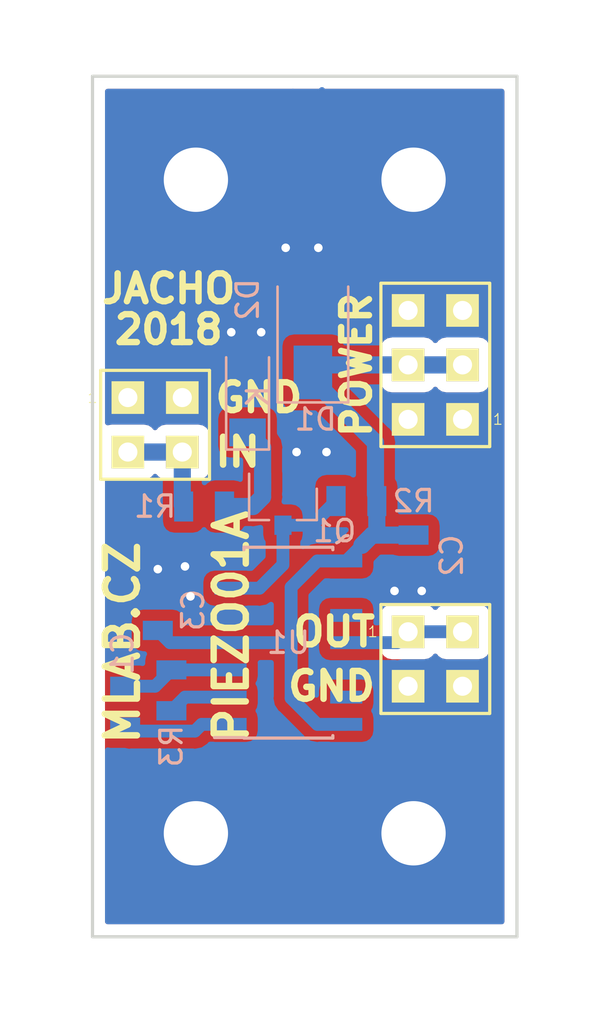
<source format=kicad_pcb>
(kicad_pcb (version 20171130) (host pcbnew "(2018-02-10 revision a04965c36)-makepkg")

  (general
    (thickness 1.6)
    (drawings 15)
    (tracks 78)
    (zones 0)
    (modules 17)
    (nets 12)
  )

  (page A4)
  (title_block
    (title NAME)
    (date "%d. %m. %Y")
    (rev REV)
    (company "Mlab www.mlab.cz")
    (comment 1 VERSION)
    (comment 2 "Short description\\nTwo lines are maximum")
    (comment 3 "nickname <email@example.com>")
  )

  (layers
    (0 F.Cu signal)
    (31 B.Cu signal)
    (34 B.Paste user)
    (36 B.SilkS user)
    (37 F.SilkS user)
    (38 B.Mask user)
    (39 F.Mask user)
    (44 Edge.Cuts user)
    (48 B.Fab user)
    (49 F.Fab user)
  )

  (setup
    (last_trace_width 0.25)
    (user_trace_width 0.3)
    (user_trace_width 0.4)
    (user_trace_width 0.5)
    (user_trace_width 0.6)
    (user_trace_width 0.7)
    (user_trace_width 0.8)
    (trace_clearance 0.2)
    (zone_clearance 0.508)
    (zone_45_only no)
    (trace_min 0.2)
    (segment_width 0.2)
    (edge_width 0.15)
    (via_size 0.8)
    (via_drill 0.4)
    (via_min_size 0.4)
    (via_min_drill 0.3)
    (uvia_size 0.3)
    (uvia_drill 0.1)
    (uvias_allowed no)
    (uvia_min_size 0.2)
    (uvia_min_drill 0.1)
    (pcb_text_width 0.3)
    (pcb_text_size 1.5 1.5)
    (mod_edge_width 0.15)
    (mod_text_size 1 1)
    (mod_text_width 0.15)
    (pad_size 1.524 1.524)
    (pad_drill 0.762)
    (pad_to_mask_clearance 0.2)
    (aux_axis_origin 0 0)
    (visible_elements 7FFFFF7F)
    (pcbplotparams
      (layerselection 0x010e0_ffffffff)
      (usegerberextensions false)
      (usegerberattributes false)
      (usegerberadvancedattributes false)
      (creategerberjobfile false)
      (excludeedgelayer true)
      (linewidth 0.150000)
      (plotframeref false)
      (viasonmask false)
      (mode 1)
      (useauxorigin false)
      (hpglpennumber 1)
      (hpglpenspeed 20)
      (hpglpendiameter 15)
      (psnegative false)
      (psa4output false)
      (plotreference true)
      (plotvalue true)
      (plotinvisibletext false)
      (padsonsilk false)
      (subtractmaskfromsilk false)
      (outputformat 1)
      (mirror false)
      (drillshape 0)
      (scaleselection 1)
      (outputdirectory ../cam_profi/))
  )

  (net 0 "")
  (net 1 "Net-(C1-Pad2)")
  (net 2 "Net-(C1-Pad1)")
  (net 3 GND)
  (net 4 +5V)
  (net 5 "Net-(D2-Pad1)")
  (net 6 "Net-(J2-Pad3)")
  (net 7 "Net-(J3-Pad1)")
  (net 8 "Net-(Q1-Pad3)")
  (net 9 "Net-(R3-Pad1)")
  (net 10 "Net-(U1-Pad10)")
  (net 11 "Net-(U1-Pad13)")

  (net_class Default "This is the default net class."
    (clearance 0.2)
    (trace_width 0.25)
    (via_dia 0.8)
    (via_drill 0.4)
    (uvia_dia 0.3)
    (uvia_drill 0.1)
    (add_net +5V)
    (add_net GND)
    (add_net "Net-(C1-Pad1)")
    (add_net "Net-(C1-Pad2)")
    (add_net "Net-(D2-Pad1)")
    (add_net "Net-(J2-Pad3)")
    (add_net "Net-(J3-Pad1)")
    (add_net "Net-(Q1-Pad3)")
    (add_net "Net-(R3-Pad1)")
    (add_net "Net-(U1-Pad10)")
    (add_net "Net-(U1-Pad13)")
  )

  (net_class MLAB_default ""
    (clearance 0.2)
    (trace_width 0.45)
    (via_dia 0.8)
    (via_drill 0.4)
    (uvia_dia 0.3)
    (uvia_drill 0.1)
  )

  (net_class MLAB_power ""
    (clearance 0.4)
    (trace_width 0.7)
    (via_dia 0.8)
    (via_drill 0.4)
    (uvia_dia 0.3)
    (uvia_drill 0.1)
  )

  (module Mlab_D:Diode-SMA_Standard (layer B.Cu) (tedit 5B41FDD5) (tstamp 5B4AE0AA)
    (at 10.541 -28.575 90)
    (descr "Diode SMA (DO-214AC)")
    (tags "Diode SMA (DO-214AC)")
    (path /55622FB7)
    (attr smd)
    (fp_text reference D1 (at -4.191 0.127 180) (layer B.SilkS)
      (effects (font (size 1 1) (thickness 0.15)) (justify mirror))
    )
    (fp_text value M4 (at 0 -2.6 90) (layer B.Fab) hide
      (effects (font (size 1 1) (thickness 0.15)) (justify mirror))
    )
    (fp_text user K (at -3.1242 -2.5654 90) (layer B.SilkS)
      (effects (font (size 1 1) (thickness 0.15)) (justify mirror))
    )
    (fp_line (start -3.4 1.65) (end 2 1.65) (layer B.SilkS) (width 0.12))
    (fp_line (start -3.4 -1.65) (end 2 -1.65) (layer B.SilkS) (width 0.12))
    (fp_line (start -0.64944 -0.00102) (end 0.50118 0.79908) (layer B.Fab) (width 0.1))
    (fp_line (start -0.64944 -0.00102) (end 0.50118 -0.75032) (layer B.Fab) (width 0.1))
    (fp_line (start 0.50118 -0.75032) (end 0.50118 0.79908) (layer B.Fab) (width 0.1))
    (fp_line (start -0.64944 0.79908) (end -0.64944 -0.80112) (layer B.Fab) (width 0.1))
    (fp_line (start 0.50118 -0.00102) (end 1.4994 -0.00102) (layer B.Fab) (width 0.1))
    (fp_line (start -0.64944 -0.00102) (end -1.55114 -0.00102) (layer B.Fab) (width 0.1))
    (fp_line (start -3.5 -1.75) (end -3.5 1.75) (layer B.CrtYd) (width 0.05))
    (fp_line (start 3.5 -1.75) (end -3.5 -1.75) (layer B.CrtYd) (width 0.05))
    (fp_line (start 3.5 1.75) (end 3.5 -1.75) (layer B.CrtYd) (width 0.05))
    (fp_line (start -3.5 1.75) (end 3.5 1.75) (layer B.CrtYd) (width 0.05))
    (fp_line (start 2.3 1.5) (end -2.3 1.5) (layer B.Fab) (width 0.1))
    (fp_line (start 2.3 1.5) (end 2.3 -1.5) (layer B.Fab) (width 0.1))
    (fp_line (start -2.3 -1.5) (end -2.3 1.5) (layer B.Fab) (width 0.1))
    (fp_line (start 2.3 -1.5) (end -2.3 -1.5) (layer B.Fab) (width 0.1))
    (fp_line (start -3.4 1.65) (end -3.4 -1.65) (layer B.SilkS) (width 0.12))
    (fp_text user %R (at -3.302 0 180) (layer B.Fab)
      (effects (font (size 1 1) (thickness 0.15)) (justify mirror))
    )
    (pad 2 smd rect (at 2 0 90) (size 2.5 1.8) (layers B.Cu B.Paste B.Mask)
      (net 3 GND))
    (pad 1 smd rect (at -2 0 90) (size 2.5 1.8) (layers B.Cu B.Paste B.Mask)
      (net 4 +5V))
    (model ${KISYS3DMOD}/Diode_SMD.3dshapes/D_SMA.wrl
      (at (xyz 0 0 0))
      (scale (xyz 1 1 1))
      (rotate (xyz 0 0 0))
    )
  )

  (module Mlab_R:SMD-0805 (layer B.Cu) (tedit 5B41FDE4) (tstamp 5B4AE073)
    (at 1.778 -10.9855 90)
    (descr "Resistor SMD 0805 (2012 Metric), square (rectangular) end terminal, IPC_7351 nominal, (Body size source: http://www.tortai-tech.com/upload/download/2011102023233369053.pdf), generated with kicad-footprint-generator")
    (tags resistor)
    (path /5B3F120F)
    (attr smd)
    (fp_text reference C1 (at 2.4765 -0.127 90) (layer B.SilkS)
      (effects (font (size 1 1) (thickness 0.15)) (justify mirror))
    )
    (fp_text value 100nF (at 0 -1.65 90) (layer B.Fab) hide
      (effects (font (size 1 1) (thickness 0.15)) (justify mirror))
    )
    (fp_text user %R (at 0 0 90) (layer B.Fab)
      (effects (font (size 0.5 0.5) (thickness 0.08)) (justify mirror))
    )
    (fp_line (start 1.68 -0.95) (end -1.68 -0.95) (layer B.CrtYd) (width 0.05))
    (fp_line (start 1.68 0.95) (end 1.68 -0.95) (layer B.CrtYd) (width 0.05))
    (fp_line (start -1.68 0.95) (end 1.68 0.95) (layer B.CrtYd) (width 0.05))
    (fp_line (start -1.68 -0.95) (end -1.68 0.95) (layer B.CrtYd) (width 0.05))
    (fp_line (start 1 -0.6) (end -1 -0.6) (layer B.Fab) (width 0.1))
    (fp_line (start 1 0.6) (end 1 -0.6) (layer B.Fab) (width 0.1))
    (fp_line (start -1 0.6) (end 1 0.6) (layer B.Fab) (width 0.1))
    (fp_line (start -1 -0.6) (end -1 0.6) (layer B.Fab) (width 0.1))
    (pad 2 smd rect (at 0.9525 0 90) (size 0.889 1.4) (layers B.Cu B.Paste B.Mask)
      (net 1 "Net-(C1-Pad2)"))
    (pad 1 smd rect (at -0.9525 0 90) (size 0.899 1.4) (layers B.Cu B.Paste B.Mask)
      (net 2 "Net-(C1-Pad1)"))
    (model ${KISYS3DMOD}/Resistor_SMD.3dshapes/R_0805_2012Metric.wrl
      (at (xyz 0 0 0))
      (scale (xyz 1 1 1))
      (rotate (xyz 0 0 0))
    )
  )

  (module Mlab_R:SMD-0805 (layer B.Cu) (tedit 5B41FDA9) (tstamp 5B4AE082)
    (at 15.24 -18.034 270)
    (descr "Resistor SMD 0805 (2012 Metric), square (rectangular) end terminal, IPC_7351 nominal, (Body size source: http://www.tortai-tech.com/upload/download/2011102023233369053.pdf), generated with kicad-footprint-generator")
    (tags resistor)
    (path /5562302C)
    (attr smd)
    (fp_text reference C2 (at 0 -1.778 270) (layer B.SilkS)
      (effects (font (size 1 1) (thickness 0.15)) (justify mirror))
    )
    (fp_text value 100nF (at 0 -1.65 270) (layer B.Fab) hide
      (effects (font (size 1 1) (thickness 0.15)) (justify mirror))
    )
    (fp_text user %R (at 0 0 270) (layer B.Fab)
      (effects (font (size 0.5 0.5) (thickness 0.08)) (justify mirror))
    )
    (fp_line (start 1.68 -0.95) (end -1.68 -0.95) (layer B.CrtYd) (width 0.05))
    (fp_line (start 1.68 0.95) (end 1.68 -0.95) (layer B.CrtYd) (width 0.05))
    (fp_line (start -1.68 0.95) (end 1.68 0.95) (layer B.CrtYd) (width 0.05))
    (fp_line (start -1.68 -0.95) (end -1.68 0.95) (layer B.CrtYd) (width 0.05))
    (fp_line (start 1 -0.6) (end -1 -0.6) (layer B.Fab) (width 0.1))
    (fp_line (start 1 0.6) (end 1 -0.6) (layer B.Fab) (width 0.1))
    (fp_line (start -1 0.6) (end 1 0.6) (layer B.Fab) (width 0.1))
    (fp_line (start -1 -0.6) (end -1 0.6) (layer B.Fab) (width 0.1))
    (pad 2 smd rect (at 0.9525 0 270) (size 0.889 1.4) (layers B.Cu B.Paste B.Mask)
      (net 3 GND))
    (pad 1 smd rect (at -0.9525 0 270) (size 0.899 1.4) (layers B.Cu B.Paste B.Mask)
      (net 4 +5V))
    (model ${KISYS3DMOD}/Resistor_SMD.3dshapes/R_0805_2012Metric.wrl
      (at (xyz 0 0 0))
      (scale (xyz 1 1 1))
      (rotate (xyz 0 0 0))
    )
  )

  (module Mlab_R:SMD-0805 (layer B.Cu) (tedit 5B3B52E2) (tstamp 5B4AE091)
    (at 3.302 -15.494 90)
    (descr "Resistor SMD 0805 (2012 Metric), square (rectangular) end terminal, IPC_7351 nominal, (Body size source: http://www.tortai-tech.com/upload/download/2011102023233369053.pdf), generated with kicad-footprint-generator")
    (tags resistor)
    (path /5B40153B)
    (attr smd)
    (fp_text reference C3 (at 0 1.65 90) (layer B.SilkS)
      (effects (font (size 1 1) (thickness 0.15)) (justify mirror))
    )
    (fp_text value 100nF (at 0 -1.65 90) (layer B.Fab) hide
      (effects (font (size 1 1) (thickness 0.15)) (justify mirror))
    )
    (fp_line (start -1 -0.6) (end -1 0.6) (layer B.Fab) (width 0.1))
    (fp_line (start -1 0.6) (end 1 0.6) (layer B.Fab) (width 0.1))
    (fp_line (start 1 0.6) (end 1 -0.6) (layer B.Fab) (width 0.1))
    (fp_line (start 1 -0.6) (end -1 -0.6) (layer B.Fab) (width 0.1))
    (fp_line (start -1.68 -0.95) (end -1.68 0.95) (layer B.CrtYd) (width 0.05))
    (fp_line (start -1.68 0.95) (end 1.68 0.95) (layer B.CrtYd) (width 0.05))
    (fp_line (start 1.68 0.95) (end 1.68 -0.95) (layer B.CrtYd) (width 0.05))
    (fp_line (start 1.68 -0.95) (end -1.68 -0.95) (layer B.CrtYd) (width 0.05))
    (fp_text user %R (at 0 0 90) (layer B.Fab)
      (effects (font (size 0.5 0.5) (thickness 0.08)) (justify mirror))
    )
    (pad 1 smd rect (at -0.9525 0 90) (size 0.899 1.4) (layers B.Cu B.Paste B.Mask)
      (net 4 +5V))
    (pad 2 smd rect (at 0.9525 0 90) (size 0.889 1.4) (layers B.Cu B.Paste B.Mask)
      (net 3 GND))
    (model ${KISYS3DMOD}/Resistor_SMD.3dshapes/R_0805_2012Metric.wrl
      (at (xyz 0 0 0))
      (scale (xyz 1 1 1))
      (rotate (xyz 0 0 0))
    )
  )

  (module Mlab_Pin_Headers:Straight_2x03 (layer F.Cu) (tedit 55DC1460) (tstamp 5B4AE0C7)
    (at 16.256 -26.924 180)
    (descr "pin header straight 2x03")
    (tags "pin header straight 2x03")
    (path /549D65BC)
    (fp_text reference J1 (at 0 -5.08 180) (layer F.SilkS) hide
      (effects (font (size 1.5 1.5) (thickness 0.15)))
    )
    (fp_text value 5V (at 0 5.08 180) (layer F.SilkS) hide
      (effects (font (size 1.5 1.5) (thickness 0.15)))
    )
    (fp_text user 1 (at -2.921 -2.54 180) (layer F.SilkS)
      (effects (font (size 0.5 0.5) (thickness 0.05)))
    )
    (fp_line (start -2.54 -3.81) (end 2.54 -3.81) (layer F.SilkS) (width 0.15))
    (fp_line (start 2.54 -3.81) (end 2.54 3.81) (layer F.SilkS) (width 0.15))
    (fp_line (start 2.54 3.81) (end -2.54 3.81) (layer F.SilkS) (width 0.15))
    (fp_line (start -2.54 3.81) (end -2.54 -3.81) (layer F.SilkS) (width 0.15))
    (pad 1 thru_hole rect (at -1.27 -2.54 180) (size 1.524 1.524) (drill 0.889) (layers *.Cu *.Mask F.SilkS)
      (net 3 GND))
    (pad 2 thru_hole rect (at 1.27 -2.54 180) (size 1.524 1.524) (drill 0.889) (layers *.Cu *.Mask F.SilkS)
      (net 3 GND))
    (pad 3 thru_hole rect (at -1.27 0 180) (size 1.524 1.524) (drill 0.889) (layers *.Cu *.Mask F.SilkS)
      (net 4 +5V))
    (pad 4 thru_hole rect (at 1.27 0 180) (size 1.524 1.524) (drill 0.889) (layers *.Cu *.Mask F.SilkS)
      (net 4 +5V))
    (pad 5 thru_hole rect (at -1.27 2.54 180) (size 1.524 1.524) (drill 0.889) (layers *.Cu *.Mask F.SilkS)
      (net 3 GND))
    (pad 6 thru_hole rect (at 1.27 2.54 180) (size 1.524 1.524) (drill 0.889) (layers *.Cu *.Mask F.SilkS)
      (net 3 GND))
    (model Pin_Headers/Pin_Header_Straight_2x03.wrl
      (at (xyz 0 0 0))
      (scale (xyz 1 1 1))
      (rotate (xyz 0 0 90))
    )
  )

  (module Mlab_Pin_Headers:Straight_2x02 (layer F.Cu) (tedit 5B41E870) (tstamp 5B4AE0D4)
    (at 3.175 -24.13)
    (descr "pin header straight 2x02")
    (tags "pin header straight 2x02")
    (path /5B3E6AF4)
    (fp_text reference J2 (at 0 -3.81) (layer F.SilkS) hide
      (effects (font (size 1.5 1.5) (thickness 0.15)))
    )
    (fp_text value HEADER_2x02_PARALLEL (at 0 3.81) (layer F.SilkS) hide
      (effects (font (size 1.5 1.5) (thickness 0.15)))
    )
    (fp_line (start -2.54 2.54) (end -2.54 -2.54) (layer F.SilkS) (width 0.15))
    (fp_line (start 2.54 2.54) (end -2.54 2.54) (layer F.SilkS) (width 0.15))
    (fp_line (start 2.54 -2.54) (end 2.54 2.54) (layer F.SilkS) (width 0.15))
    (fp_line (start -2.54 -2.54) (end 2.54 -2.54) (layer F.SilkS) (width 0.15))
    (fp_text user 1 (at -2.921 -1.27) (layer F.SilkS)
      (effects (font (size 0.5 0.5) (thickness 0.05)))
    )
    (pad 4 thru_hole rect (at 1.27 1.27) (size 1.524 1.524) (drill 0.889) (layers *.Cu *.Mask F.SilkS)
      (net 6 "Net-(J2-Pad3)"))
    (pad 3 thru_hole rect (at -1.27 1.27) (size 1.524 1.524) (drill 0.889) (layers *.Cu *.Mask F.SilkS)
      (net 6 "Net-(J2-Pad3)"))
    (pad 2 thru_hole rect (at 1.27 -1.27) (size 1.524 1.524) (drill 0.889) (layers *.Cu *.Mask F.SilkS)
      (net 3 GND))
    (pad 1 thru_hole rect (at -1.27 -1.27) (size 1.524 1.524) (drill 0.889) (layers *.Cu *.Mask F.SilkS)
      (net 3 GND))
    (model Pin_Headers/Pin_Header_Straight_2x02.wrl
      (at (xyz 0 0 0))
      (scale (xyz 1 1 1))
      (rotate (xyz 0 0 90))
    )
  )

  (module Mlab_Pin_Headers:Straight_2x02 (layer F.Cu) (tedit 5B41E9E2) (tstamp 5B4AE0E1)
    (at 16.256 -13.208)
    (descr "pin header straight 2x02")
    (tags "pin header straight 2x02")
    (path /5B3FD2B8)
    (fp_text reference J3 (at 0 -3.81) (layer F.SilkS) hide
      (effects (font (size 1.5 1.5) (thickness 0.15)))
    )
    (fp_text value HEADER_2x02_PARALLEL (at 0 3.81) (layer F.SilkS) hide
      (effects (font (size 1.5 1.5) (thickness 0.15)))
    )
    (fp_text user 1 (at -2.921 -1.27) (layer F.SilkS)
      (effects (font (size 0.5 0.5) (thickness 0.05)))
    )
    (fp_line (start -2.54 -2.54) (end 2.54 -2.54) (layer F.SilkS) (width 0.15))
    (fp_line (start 2.54 -2.54) (end 2.54 2.54) (layer F.SilkS) (width 0.15))
    (fp_line (start 2.54 2.54) (end -2.54 2.54) (layer F.SilkS) (width 0.15))
    (fp_line (start -2.54 2.54) (end -2.54 -2.54) (layer F.SilkS) (width 0.15))
    (pad 1 thru_hole rect (at -1.27 -1.27) (size 1.524 1.524) (drill 0.889) (layers *.Cu *.Mask F.SilkS)
      (net 7 "Net-(J3-Pad1)"))
    (pad 2 thru_hole rect (at 1.27 -1.27) (size 1.524 1.524) (drill 0.889) (layers *.Cu *.Mask F.SilkS)
      (net 7 "Net-(J3-Pad1)"))
    (pad 3 thru_hole rect (at -1.27 1.27) (size 1.524 1.524) (drill 0.889) (layers *.Cu *.Mask F.SilkS)
      (net 3 GND))
    (pad 4 thru_hole rect (at 1.27 1.27) (size 1.524 1.524) (drill 0.889) (layers *.Cu *.Mask F.SilkS)
      (net 3 GND))
    (model Pin_Headers/Pin_Header_Straight_2x02.wrl
      (at (xyz 0 0 0))
      (scale (xyz 1 1 1))
      (rotate (xyz 0 0 90))
    )
  )

  (module Mlab_Mechanical:MountingHole_3mm placed (layer F.Cu) (tedit 5A99DD0D) (tstamp 5B4AE0E7)
    (at 15.24 -5.08)
    (descr "Mounting hole, Befestigungsbohrung, 3mm, No Annular, Kein Restring,")
    (tags "Mounting hole, Befestigungsbohrung, 3mm, No Annular, Kein Restring,")
    (path /549D7549)
    (fp_text reference M1 (at 0 -4.191) (layer F.SilkS) hide
      (effects (font (size 1.524 1.524) (thickness 0.3048)))
    )
    (fp_text value HOLE (at 0 4.191) (layer F.SilkS) hide
      (effects (font (size 1.524 1.524) (thickness 0.3048)))
    )
    (fp_circle (center 0 0) (end 2.99974 0) (layer Cmts.User) (width 0.381))
    (pad 1 thru_hole circle (at 0 0) (size 6 6) (drill 3) (layers *.Cu *.Adhes *.Mask)
      (net 3 GND) (clearance 1) (zone_connect 2))
    (model ${MLAB}/src/3d/mechanical/m3_komplet.step
      (at (xyz 0 0 0))
      (scale (xyz 1 1 1))
      (rotate (xyz 0 0 0))
    )
  )

  (module Mlab_Mechanical:MountingHole_3mm placed (layer F.Cu) (tedit 5A99DD0D) (tstamp 5B4AE0ED)
    (at 5.08 -5.08)
    (descr "Mounting hole, Befestigungsbohrung, 3mm, No Annular, Kein Restring,")
    (tags "Mounting hole, Befestigungsbohrung, 3mm, No Annular, Kein Restring,")
    (path /549D7628)
    (fp_text reference M2 (at 0 -4.191) (layer F.SilkS) hide
      (effects (font (size 1.524 1.524) (thickness 0.3048)))
    )
    (fp_text value HOLE (at 0 4.191) (layer F.SilkS) hide
      (effects (font (size 1.524 1.524) (thickness 0.3048)))
    )
    (fp_circle (center 0 0) (end 2.99974 0) (layer Cmts.User) (width 0.381))
    (pad 1 thru_hole circle (at 0 0) (size 6 6) (drill 3) (layers *.Cu *.Adhes *.Mask)
      (net 3 GND) (clearance 1) (zone_connect 2))
    (model ${MLAB}/src/3d/mechanical/m3_komplet.step
      (at (xyz 0 0 0))
      (scale (xyz 1 1 1))
      (rotate (xyz 0 0 0))
    )
  )

  (module Mlab_Mechanical:MountingHole_3mm placed (layer F.Cu) (tedit 5A99DD0D) (tstamp 5B4AE0F3)
    (at 5.08 -35.56)
    (descr "Mounting hole, Befestigungsbohrung, 3mm, No Annular, Kein Restring,")
    (tags "Mounting hole, Befestigungsbohrung, 3mm, No Annular, Kein Restring,")
    (path /549D7646)
    (fp_text reference M3 (at 0 -4.191) (layer F.SilkS) hide
      (effects (font (size 1.524 1.524) (thickness 0.3048)))
    )
    (fp_text value HOLE (at 0 4.191) (layer F.SilkS) hide
      (effects (font (size 1.524 1.524) (thickness 0.3048)))
    )
    (fp_circle (center 0 0) (end 2.99974 0) (layer Cmts.User) (width 0.381))
    (pad 1 thru_hole circle (at 0 0) (size 6 6) (drill 3) (layers *.Cu *.Adhes *.Mask)
      (net 3 GND) (clearance 1) (zone_connect 2))
    (model ${MLAB}/src/3d/mechanical/m3_komplet.step
      (at (xyz 0 0 0))
      (scale (xyz 1 1 1))
      (rotate (xyz 0 0 0))
    )
  )

  (module Mlab_Mechanical:MountingHole_3mm placed (layer F.Cu) (tedit 5A99DD0D) (tstamp 5B4AE0F9)
    (at 15.24 -35.56)
    (descr "Mounting hole, Befestigungsbohrung, 3mm, No Annular, Kein Restring,")
    (tags "Mounting hole, Befestigungsbohrung, 3mm, No Annular, Kein Restring,")
    (path /549D7665)
    (fp_text reference M4 (at 0 -4.191) (layer F.SilkS) hide
      (effects (font (size 1.524 1.524) (thickness 0.3048)))
    )
    (fp_text value HOLE (at 0 4.191) (layer F.SilkS) hide
      (effects (font (size 1.524 1.524) (thickness 0.3048)))
    )
    (fp_circle (center 0 0) (end 2.99974 0) (layer Cmts.User) (width 0.381))
    (pad 1 thru_hole circle (at 0 0) (size 6 6) (drill 3) (layers *.Cu *.Adhes *.Mask)
      (net 3 GND) (clearance 1) (zone_connect 2))
    (model ${MLAB}/src/3d/mechanical/m3_komplet.step
      (at (xyz 0 0 0))
      (scale (xyz 1 1 1))
      (rotate (xyz 0 0 0))
    )
  )

  (module Package_TO_SOT_SMD:SOT-23 (layer B.Cu) (tedit 5B41FDC7) (tstamp 5B4AE10E)
    (at 9.144 -20.447 270)
    (descr "SOT-23, Standard")
    (tags SOT-23)
    (path /5B3E68EA)
    (attr smd)
    (fp_text reference Q1 (at 1.27 -2.413) (layer B.SilkS)
      (effects (font (size 1 1) (thickness 0.15)) (justify mirror))
    )
    (fp_text value BC817-40 (at 0 -2.5 270) (layer B.Fab) hide
      (effects (font (size 1 1) (thickness 0.15)) (justify mirror))
    )
    (fp_text user %R (at 0 0 180) (layer B.Fab)
      (effects (font (size 0.5 0.5) (thickness 0.075)) (justify mirror))
    )
    (fp_line (start -0.7 0.95) (end -0.7 -1.5) (layer B.Fab) (width 0.1))
    (fp_line (start -0.15 1.52) (end 0.7 1.52) (layer B.Fab) (width 0.1))
    (fp_line (start -0.7 0.95) (end -0.15 1.52) (layer B.Fab) (width 0.1))
    (fp_line (start 0.7 1.52) (end 0.7 -1.52) (layer B.Fab) (width 0.1))
    (fp_line (start -0.7 -1.52) (end 0.7 -1.52) (layer B.Fab) (width 0.1))
    (fp_line (start 0.76 -1.58) (end 0.76 -0.65) (layer B.SilkS) (width 0.12))
    (fp_line (start 0.76 1.58) (end 0.76 0.65) (layer B.SilkS) (width 0.12))
    (fp_line (start -1.7 1.75) (end 1.7 1.75) (layer B.CrtYd) (width 0.05))
    (fp_line (start 1.7 1.75) (end 1.7 -1.75) (layer B.CrtYd) (width 0.05))
    (fp_line (start 1.7 -1.75) (end -1.7 -1.75) (layer B.CrtYd) (width 0.05))
    (fp_line (start -1.7 -1.75) (end -1.7 1.75) (layer B.CrtYd) (width 0.05))
    (fp_line (start 0.76 1.58) (end -1.4 1.58) (layer B.SilkS) (width 0.12))
    (fp_line (start 0.76 -1.58) (end -0.7 -1.58) (layer B.SilkS) (width 0.12))
    (pad 1 smd rect (at -1 0.95 270) (size 0.9 0.8) (layers B.Cu B.Paste B.Mask)
      (net 5 "Net-(D2-Pad1)"))
    (pad 2 smd rect (at -1 -0.95 270) (size 0.9 0.8) (layers B.Cu B.Paste B.Mask)
      (net 3 GND))
    (pad 3 smd rect (at 1 0 270) (size 0.9 0.8) (layers B.Cu B.Paste B.Mask)
      (net 8 "Net-(Q1-Pad3)"))
    (model ${KISYS3DMOD}/Package_TO_SOT_SMD.3dshapes/SOT-23.wrl
      (at (xyz 0 0 0))
      (scale (xyz 1 1 1))
      (rotate (xyz 0 0 0))
    )
  )

  (module Mlab_R:SMD-0805 (layer B.Cu) (tedit 5B41FDB3) (tstamp 5B4AE11D)
    (at 5.461 -20.32 180)
    (descr "Resistor SMD 0805 (2012 Metric), square (rectangular) end terminal, IPC_7351 nominal, (Body size source: http://www.tortai-tech.com/upload/download/2011102023233369053.pdf), generated with kicad-footprint-generator")
    (tags resistor)
    (path /5B3E67BE)
    (attr smd)
    (fp_text reference R1 (at 2.286 0 180) (layer B.SilkS)
      (effects (font (size 1 1) (thickness 0.15)) (justify mirror))
    )
    (fp_text value 1k (at 0 -1.65 180) (layer B.Fab) hide
      (effects (font (size 1 1) (thickness 0.15)) (justify mirror))
    )
    (fp_line (start -1 -0.6) (end -1 0.6) (layer B.Fab) (width 0.1))
    (fp_line (start -1 0.6) (end 1 0.6) (layer B.Fab) (width 0.1))
    (fp_line (start 1 0.6) (end 1 -0.6) (layer B.Fab) (width 0.1))
    (fp_line (start 1 -0.6) (end -1 -0.6) (layer B.Fab) (width 0.1))
    (fp_line (start -1.68 -0.95) (end -1.68 0.95) (layer B.CrtYd) (width 0.05))
    (fp_line (start -1.68 0.95) (end 1.68 0.95) (layer B.CrtYd) (width 0.05))
    (fp_line (start 1.68 0.95) (end 1.68 -0.95) (layer B.CrtYd) (width 0.05))
    (fp_line (start 1.68 -0.95) (end -1.68 -0.95) (layer B.CrtYd) (width 0.05))
    (fp_text user %R (at 0 0 180) (layer B.Fab)
      (effects (font (size 0.5 0.5) (thickness 0.08)) (justify mirror))
    )
    (pad 1 smd rect (at -0.9525 0 180) (size 0.899 1.4) (layers B.Cu B.Paste B.Mask)
      (net 5 "Net-(D2-Pad1)"))
    (pad 2 smd rect (at 0.9525 0 180) (size 0.889 1.4) (layers B.Cu B.Paste B.Mask)
      (net 6 "Net-(J2-Pad3)"))
    (model ${KISYS3DMOD}/Resistor_SMD.3dshapes/R_0805_2012Metric.wrl
      (at (xyz 0 0 0))
      (scale (xyz 1 1 1))
      (rotate (xyz 0 0 0))
    )
  )

  (module Mlab_R:SMD-0805 (layer B.Cu) (tedit 5B41FDAE) (tstamp 5B4AE12C)
    (at 12.573 -20.574)
    (descr "Resistor SMD 0805 (2012 Metric), square (rectangular) end terminal, IPC_7351 nominal, (Body size source: http://www.tortai-tech.com/upload/download/2011102023233369053.pdf), generated with kicad-footprint-generator")
    (tags resistor)
    (path /5B3E9284)
    (attr smd)
    (fp_text reference R2 (at 2.667 0) (layer B.SilkS)
      (effects (font (size 1 1) (thickness 0.15)) (justify mirror))
    )
    (fp_text value 150k (at 0 -1.65) (layer B.Fab) hide
      (effects (font (size 1 1) (thickness 0.15)) (justify mirror))
    )
    (fp_text user %R (at 0 0) (layer B.Fab)
      (effects (font (size 0.5 0.5) (thickness 0.08)) (justify mirror))
    )
    (fp_line (start 1.68 -0.95) (end -1.68 -0.95) (layer B.CrtYd) (width 0.05))
    (fp_line (start 1.68 0.95) (end 1.68 -0.95) (layer B.CrtYd) (width 0.05))
    (fp_line (start -1.68 0.95) (end 1.68 0.95) (layer B.CrtYd) (width 0.05))
    (fp_line (start -1.68 -0.95) (end -1.68 0.95) (layer B.CrtYd) (width 0.05))
    (fp_line (start 1 -0.6) (end -1 -0.6) (layer B.Fab) (width 0.1))
    (fp_line (start 1 0.6) (end 1 -0.6) (layer B.Fab) (width 0.1))
    (fp_line (start -1 0.6) (end 1 0.6) (layer B.Fab) (width 0.1))
    (fp_line (start -1 -0.6) (end -1 0.6) (layer B.Fab) (width 0.1))
    (pad 2 smd rect (at 0.9525 0) (size 0.889 1.4) (layers B.Cu B.Paste B.Mask)
      (net 4 +5V))
    (pad 1 smd rect (at -0.9525 0) (size 0.899 1.4) (layers B.Cu B.Paste B.Mask)
      (net 8 "Net-(Q1-Pad3)"))
    (model ${KISYS3DMOD}/Resistor_SMD.3dshapes/R_0805_2012Metric.wrl
      (at (xyz 0 0 0))
      (scale (xyz 1 1 1))
      (rotate (xyz 0 0 0))
    )
  )

  (module Mlab_R:SMD-0805 (layer B.Cu) (tedit 5B41FDE9) (tstamp 5B4AE13B)
    (at 3.937 -11.7475 90)
    (descr "Resistor SMD 0805 (2012 Metric), square (rectangular) end terminal, IPC_7351 nominal, (Body size source: http://www.tortai-tech.com/upload/download/2011102023233369053.pdf), generated with kicad-footprint-generator")
    (tags resistor)
    (path /5B3F1128)
    (attr smd)
    (fp_text reference R3 (at -2.6035 0 90) (layer B.SilkS)
      (effects (font (size 1 1) (thickness 0.15)) (justify mirror))
    )
    (fp_text value 10k (at 0 -1.65 90) (layer B.Fab) hide
      (effects (font (size 1 1) (thickness 0.15)) (justify mirror))
    )
    (fp_line (start -1 -0.6) (end -1 0.6) (layer B.Fab) (width 0.1))
    (fp_line (start -1 0.6) (end 1 0.6) (layer B.Fab) (width 0.1))
    (fp_line (start 1 0.6) (end 1 -0.6) (layer B.Fab) (width 0.1))
    (fp_line (start 1 -0.6) (end -1 -0.6) (layer B.Fab) (width 0.1))
    (fp_line (start -1.68 -0.95) (end -1.68 0.95) (layer B.CrtYd) (width 0.05))
    (fp_line (start -1.68 0.95) (end 1.68 0.95) (layer B.CrtYd) (width 0.05))
    (fp_line (start 1.68 0.95) (end 1.68 -0.95) (layer B.CrtYd) (width 0.05))
    (fp_line (start 1.68 -0.95) (end -1.68 -0.95) (layer B.CrtYd) (width 0.05))
    (fp_text user %R (at 0 0 90) (layer B.Fab)
      (effects (font (size 0.5 0.5) (thickness 0.08)) (justify mirror))
    )
    (pad 1 smd rect (at -0.9525 0 90) (size 0.899 1.4) (layers B.Cu B.Paste B.Mask)
      (net 9 "Net-(R3-Pad1)"))
    (pad 2 smd rect (at 0.9525 0 90) (size 0.889 1.4) (layers B.Cu B.Paste B.Mask)
      (net 1 "Net-(C1-Pad2)"))
    (model ${KISYS3DMOD}/Resistor_SMD.3dshapes/R_0805_2012Metric.wrl
      (at (xyz 0 0 0))
      (scale (xyz 1 1 1))
      (rotate (xyz 0 0 0))
    )
  )

  (module Package_SO:SOIC-14_3.9x8.7mm_P1.27mm (layer B.Cu) (tedit 5B41FDA1) (tstamp 5B4AE15E)
    (at 9.398 -13.97)
    (descr "14-Lead Plastic Small Outline (SL) - Narrow, 3.90 mm Body [SOIC] (see Microchip Packaging Specification 00000049BS.pdf)")
    (tags "SOIC 1.27")
    (path /5B3EA154)
    (attr smd)
    (fp_text reference U1 (at 0 0) (layer B.SilkS)
      (effects (font (size 1 1) (thickness 0.15)) (justify mirror))
    )
    (fp_text value HEF4047BT.652 (at 0 -5.375) (layer B.Fab) hide
      (effects (font (size 1 1) (thickness 0.15)) (justify mirror))
    )
    (fp_text user %R (at 0 0) (layer B.Fab)
      (effects (font (size 0.9 0.9) (thickness 0.135)) (justify mirror))
    )
    (fp_line (start -0.95 4.35) (end 1.95 4.35) (layer B.Fab) (width 0.15))
    (fp_line (start 1.95 4.35) (end 1.95 -4.35) (layer B.Fab) (width 0.15))
    (fp_line (start 1.95 -4.35) (end -1.95 -4.35) (layer B.Fab) (width 0.15))
    (fp_line (start -1.95 -4.35) (end -1.95 3.35) (layer B.Fab) (width 0.15))
    (fp_line (start -1.95 3.35) (end -0.95 4.35) (layer B.Fab) (width 0.15))
    (fp_line (start -3.7 4.65) (end -3.7 -4.65) (layer B.CrtYd) (width 0.05))
    (fp_line (start 3.7 4.65) (end 3.7 -4.65) (layer B.CrtYd) (width 0.05))
    (fp_line (start -3.7 4.65) (end 3.7 4.65) (layer B.CrtYd) (width 0.05))
    (fp_line (start -3.7 -4.65) (end 3.7 -4.65) (layer B.CrtYd) (width 0.05))
    (fp_line (start -2.075 4.45) (end -2.075 4.425) (layer B.SilkS) (width 0.15))
    (fp_line (start 2.075 4.45) (end 2.075 4.335) (layer B.SilkS) (width 0.15))
    (fp_line (start 2.075 -4.45) (end 2.075 -4.335) (layer B.SilkS) (width 0.15))
    (fp_line (start -2.075 -4.45) (end -2.075 -4.335) (layer B.SilkS) (width 0.15))
    (fp_line (start -2.075 4.45) (end 2.075 4.45) (layer B.SilkS) (width 0.15))
    (fp_line (start -2.075 -4.45) (end 2.075 -4.45) (layer B.SilkS) (width 0.15))
    (fp_line (start -2.075 4.425) (end -3.45 4.425) (layer B.SilkS) (width 0.15))
    (pad 1 smd rect (at -2.7 3.81) (size 1.5 0.6) (layers B.Cu B.Paste B.Mask)
      (net 2 "Net-(C1-Pad1)"))
    (pad 2 smd rect (at -2.7 2.54) (size 1.5 0.6) (layers B.Cu B.Paste B.Mask)
      (net 9 "Net-(R3-Pad1)"))
    (pad 3 smd rect (at -2.7 1.27) (size 1.5 0.6) (layers B.Cu B.Paste B.Mask)
      (net 1 "Net-(C1-Pad2)"))
    (pad 4 smd rect (at -2.7 0) (size 1.5 0.6) (layers B.Cu B.Paste B.Mask)
      (net 4 +5V))
    (pad 5 smd rect (at -2.7 -1.27) (size 1.5 0.6) (layers B.Cu B.Paste B.Mask)
      (net 3 GND))
    (pad 6 smd rect (at -2.7 -2.54) (size 1.5 0.6) (layers B.Cu B.Paste B.Mask)
      (net 8 "Net-(Q1-Pad3)"))
    (pad 7 smd rect (at -2.7 -3.81) (size 1.5 0.6) (layers B.Cu B.Paste B.Mask)
      (net 3 GND))
    (pad 8 smd rect (at 2.7 -3.81) (size 1.5 0.6) (layers B.Cu B.Paste B.Mask)
      (net 4 +5V))
    (pad 9 smd rect (at 2.7 -2.54) (size 1.5 0.6) (layers B.Cu B.Paste B.Mask)
      (net 3 GND))
    (pad 10 smd rect (at 2.7 -1.27) (size 1.5 0.6) (layers B.Cu B.Paste B.Mask)
      (net 10 "Net-(U1-Pad10)"))
    (pad 11 smd rect (at 2.7 0) (size 1.5 0.6) (layers B.Cu B.Paste B.Mask)
      (net 7 "Net-(J3-Pad1)"))
    (pad 12 smd rect (at 2.7 1.27) (size 1.5 0.6) (layers B.Cu B.Paste B.Mask)
      (net 3 GND))
    (pad 13 smd rect (at 2.7 2.54) (size 1.5 0.6) (layers B.Cu B.Paste B.Mask)
      (net 11 "Net-(U1-Pad13)"))
    (pad 14 smd rect (at 2.7 3.81) (size 1.5 0.6) (layers B.Cu B.Paste B.Mask)
      (net 4 +5V))
    (model ${KISYS3DMOD}/Package_SO.3dshapes/SOIC-14_3.9x8.7mm_P1.27mm.wrl
      (at (xyz 0 0 0))
      (scale (xyz 1 1 1))
      (rotate (xyz 0 0 0))
    )
  )

  (module Mlab_D:Diode-MiniMELF_Standard (layer B.Cu) (tedit 5B41FDD0) (tstamp 5B571672)
    (at 7.493 -25.527 90)
    (descr "Diode Mini-MELF")
    (tags "Diode Mini-MELF")
    (path /5B3E6844)
    (attr smd)
    (fp_text reference D2 (at 4.445 0 90) (layer B.SilkS)
      (effects (font (size 1 1) (thickness 0.15)) (justify mirror))
    )
    (fp_text value 1N4148 (at 0 -1.75 90) (layer B.Fab) hide
      (effects (font (size 1 1) (thickness 0.15)) (justify mirror))
    )
    (fp_text user %R (at -2.794 0 90) (layer B.Fab)
      (effects (font (size 1 1) (thickness 0.15)) (justify mirror))
    )
    (fp_line (start 1.75 1) (end -2.55 1) (layer B.SilkS) (width 0.12))
    (fp_line (start -2.55 1) (end -2.55 -1) (layer B.SilkS) (width 0.12))
    (fp_line (start -2.55 -1) (end 1.75 -1) (layer B.SilkS) (width 0.12))
    (fp_line (start 1.65 0.8) (end 1.65 -0.8) (layer B.Fab) (width 0.1))
    (fp_line (start 1.65 -0.8) (end -1.65 -0.8) (layer B.Fab) (width 0.1))
    (fp_line (start -1.65 -0.8) (end -1.65 0.8) (layer B.Fab) (width 0.1))
    (fp_line (start -1.65 0.8) (end 1.65 0.8) (layer B.Fab) (width 0.1))
    (fp_line (start 0.25 0) (end 0.75 0) (layer B.Fab) (width 0.1))
    (fp_line (start 0.25 -0.4) (end -0.35 0) (layer B.Fab) (width 0.1))
    (fp_line (start 0.25 0.4) (end 0.25 -0.4) (layer B.Fab) (width 0.1))
    (fp_line (start -0.35 0) (end 0.25 0.4) (layer B.Fab) (width 0.1))
    (fp_line (start -0.35 0) (end -0.35 -0.55) (layer B.Fab) (width 0.1))
    (fp_line (start -0.35 0) (end -0.35 0.55) (layer B.Fab) (width 0.1))
    (fp_line (start -0.75 0) (end -0.35 0) (layer B.Fab) (width 0.1))
    (fp_line (start -2.65 1.1) (end 2.65 1.1) (layer B.CrtYd) (width 0.05))
    (fp_line (start 2.65 1.1) (end 2.65 -1.1) (layer B.CrtYd) (width 0.05))
    (fp_line (start 2.65 -1.1) (end -2.65 -1.1) (layer B.CrtYd) (width 0.05))
    (fp_line (start -2.65 -1.1) (end -2.65 1.1) (layer B.CrtYd) (width 0.05))
    (pad 1 smd rect (at -1.75 0 90) (size 1.3 1.7) (layers B.Cu B.Paste B.Mask)
      (net 5 "Net-(D2-Pad1)"))
    (pad 2 smd rect (at 1.75 0 90) (size 1.3 1.7) (layers B.Cu B.Paste B.Mask)
      (net 3 GND))
    (model ${KISYS3DMOD}/Diode_SMD.3dshapes/D_MiniMELF.wrl
      (at (xyz 0 0 0))
      (scale (xyz 1 1 1))
      (rotate (xyz 0 0 0))
    )
  )

  (gr_text POWER (at 12.573 -26.924 90) (layer F.SilkS) (tstamp 5B42778D)
    (effects (font (size 1.3 1.3) (thickness 0.3)))
  )
  (gr_text OUT (at 13.589 -14.478) (layer F.SilkS) (tstamp 5B427773)
    (effects (font (size 1.3 1.3) (thickness 0.3)) (justify right))
  )
  (gr_text GND (at 13.589 -11.938) (layer F.SilkS) (tstamp 5B42776C)
    (effects (font (size 1.3 1.3) (thickness 0.3)) (justify right))
  )
  (gr_text IN (at 5.842 -22.86) (layer F.SilkS) (tstamp 5B427768)
    (effects (font (size 1.3 1.3) (thickness 0.3)) (justify left))
  )
  (gr_text GND (at 5.842 -25.4) (layer F.SilkS) (tstamp 5B427764)
    (effects (font (size 1.3 1.3) (thickness 0.3)) (justify left))
  )
  (gr_text 2018 (at 3.81 -28.575) (layer F.SilkS) (tstamp 5B427760)
    (effects (font (size 1.3 1.3) (thickness 0.3)))
  )
  (gr_text JACHO (at 3.81 -30.48) (layer F.SilkS) (tstamp 5B42775C)
    (effects (font (size 1.3 1.3) (thickness 0.3)))
  )
  (gr_text PIEZO01A (at 6.731 -14.732 90) (layer F.SilkS) (tstamp 5B427758)
    (effects (font (size 1.5 1.5) (thickness 0.3)))
  )
  (gr_text MLAB.CZ (at 1.651 -13.97 90) (layer F.SilkS)
    (effects (font (size 1.5 1.5) (thickness 0.3)))
  )
  (gr_text 2018 (at 10.287 -37.084 90) (layer B.Cu)
    (effects (font (size 1.5 1.5) (thickness 0.3)) (justify mirror))
  )
  (gr_text MLAB.CZ (at 10.033 -4.953 90) (layer B.Cu)
    (effects (font (size 1.3 1.3) (thickness 0.3)) (justify mirror))
  )
  (gr_line (start 0.254 -40.386) (end 20.066 -40.386) (angle 90) (layer Edge.Cuts) (width 0.15))
  (gr_line (start 20.066 -0.254) (end 20.066 -40.386) (angle 90) (layer Edge.Cuts) (width 0.15))
  (gr_line (start 0.254 -0.254) (end 20.066 -0.254) (angle 90) (layer Edge.Cuts) (width 0.15))
  (gr_line (start 0.254 -0.254) (end 0.254 -40.386) (angle 90) (layer Edge.Cuts) (width 0.15))

  (segment (start 3.937 -12.7) (end 6.698 -12.7) (width 0.6) (layer B.Cu) (net 1))
  (segment (start 1.778 -11.938) (end 3.175 -11.938) (width 0.6) (layer B.Cu) (net 1))
  (segment (start 3.175 -11.938) (end 3.937 -12.7) (width 0.6) (layer B.Cu) (net 1))
  (segment (start 6.698 -10.16) (end 5.348 -10.16) (width 0.6) (layer B.Cu) (net 2))
  (segment (start 5.348 -10.16) (end 5.033499 -9.845499) (width 0.6) (layer B.Cu) (net 2))
  (segment (start 5.033499 -9.845499) (end 1.965501 -9.845499) (width 0.6) (layer B.Cu) (net 2))
  (segment (start 1.965501 -9.845499) (end 1.778 -10.033) (width 0.6) (layer B.Cu) (net 2))
  (segment (start 4.572 -16.383) (end 4.826 -16.129) (width 0.6) (layer B.Cu) (net 3))
  (segment (start 4.572 -17.526) (end 4.572 -16.383) (width 0.6) (layer B.Cu) (net 3))
  (via (at 4.826 -16.129) (size 0.8) (drill 0.4) (layers F.Cu B.Cu) (net 3))
  (segment (start 9.779 -22.86) (end 11.176 -22.86) (width 0.6) (layer F.Cu) (net 3))
  (via (at 11.176 -22.86) (size 0.8) (drill 0.4) (layers F.Cu B.Cu) (net 3))
  (segment (start 10.094 -22.545) (end 9.779 -22.86) (width 0.6) (layer B.Cu) (net 3))
  (segment (start 10.094 -21.447) (end 10.094 -22.545) (width 0.6) (layer B.Cu) (net 3))
  (via (at 9.779 -22.86) (size 0.8) (drill 0.4) (layers F.Cu B.Cu) (net 3))
  (segment (start 8.128 -28.448) (end 6.731 -28.448) (width 0.6) (layer F.Cu) (net 3))
  (via (at 6.731 -28.448) (size 0.8) (drill 0.4) (layers F.Cu B.Cu) (net 3))
  (segment (start 7.493 -27.813) (end 8.128 -28.448) (width 0.6) (layer B.Cu) (net 3))
  (segment (start 7.493 -27.277) (end 7.493 -27.813) (width 0.6) (layer B.Cu) (net 3))
  (via (at 8.128 -28.448) (size 0.8) (drill 0.4) (layers F.Cu B.Cu) (net 3))
  (segment (start 9.271 -32.385) (end 10.795 -32.385) (width 0.6) (layer F.Cu) (net 3))
  (via (at 10.795 -32.385) (size 0.8) (drill 0.4) (layers F.Cu B.Cu) (net 3))
  (segment (start 10.541 -31.115) (end 9.271 -32.385) (width 0.6) (layer B.Cu) (net 3))
  (segment (start 10.541 -30.575) (end 10.541 -31.115) (width 0.6) (layer B.Cu) (net 3))
  (via (at 9.271 -32.385) (size 0.8) (drill 0.4) (layers F.Cu B.Cu) (net 3))
  (segment (start 14.351 -16.383) (end 15.621 -16.383) (width 0.6) (layer F.Cu) (net 3))
  (via (at 15.621 -16.383) (size 0.8) (drill 0.4) (layers F.Cu B.Cu) (net 3))
  (segment (start 15.0495 -17.0815) (end 14.351 -16.383) (width 0.6) (layer B.Cu) (net 3))
  (segment (start 15.24 -17.0815) (end 15.0495 -17.0815) (width 0.6) (layer B.Cu) (net 3))
  (via (at 14.351 -16.383) (size 0.8) (drill 0.4) (layers F.Cu B.Cu) (net 3))
  (segment (start 4.445 -17.399) (end 4.572 -17.526) (width 0.6) (layer F.Cu) (net 3))
  (segment (start 3.302 -17.399) (end 4.445 -17.399) (width 0.6) (layer F.Cu) (net 3))
  (via (at 4.572 -17.526) (size 0.8) (drill 0.4) (layers F.Cu B.Cu) (net 3))
  (segment (start 3.302 -16.4465) (end 3.302 -17.399) (width 0.6) (layer B.Cu) (net 3))
  (via (at 3.302 -17.399) (size 0.8) (drill 0.4) (layers F.Cu B.Cu) (net 3))
  (segment (start 9.525 -13.97) (end 9.525 -16.557) (width 0.6) (layer B.Cu) (net 4))
  (segment (start 9.525 -11.383) (end 9.525 -13.97) (width 0.6) (layer B.Cu) (net 4))
  (segment (start 6.698 -13.97) (end 8.048 -13.97) (width 0.6) (layer B.Cu) (net 4))
  (segment (start 8.048 -13.97) (end 9.525 -13.97) (width 0.6) (layer B.Cu) (net 4))
  (segment (start 12.098 -10.16) (end 10.748 -10.16) (width 0.6) (layer B.Cu) (net 4))
  (segment (start 10.748 -10.16) (end 9.525 -11.383) (width 0.6) (layer B.Cu) (net 4))
  (segment (start 9.525 -16.557) (end 10.748 -17.78) (width 0.6) (layer B.Cu) (net 4))
  (segment (start 10.748 -17.78) (end 12.098 -17.78) (width 0.6) (layer B.Cu) (net 4))
  (segment (start 3.302 -14.5415) (end 3.8735 -13.97) (width 0.6) (layer B.Cu) (net 4))
  (segment (start 3.8735 -13.97) (end 6.698 -13.97) (width 0.6) (layer B.Cu) (net 4))
  (segment (start 12.827 -18.509) (end 13.3045 -18.9865) (width 0.8) (layer B.Cu) (net 4))
  (segment (start 12.098 -17.78) (end 12.827 -18.509) (width 0.6) (layer B.Cu) (net 4))
  (segment (start 13.5255 -20.574) (end 13.5255 -19.074) (width 0.8) (layer B.Cu) (net 4))
  (segment (start 13.5255 -19.074) (end 13.438 -18.9865) (width 0.8) (layer B.Cu) (net 4))
  (segment (start 13.438 -18.9865) (end 13.3045 -18.9865) (width 0.8) (layer B.Cu) (net 4))
  (segment (start 13.3045 -18.9865) (end 15.24 -18.9865) (width 0.8) (layer B.Cu) (net 4))
  (segment (start 13.5255 -20.574) (end 13.5255 -20.8295) (width 0.8) (layer B.Cu) (net 4))
  (segment (start 13.5255 -20.8295) (end 13.462 -20.893) (width 0.8) (layer B.Cu) (net 4))
  (segment (start 13.462 -20.893) (end 13.462 -23.304) (width 0.8) (layer B.Cu) (net 4))
  (segment (start 13.462 -23.304) (end 10.541 -26.225) (width 0.8) (layer B.Cu) (net 4))
  (segment (start 10.541 -26.225) (end 10.541 -26.575) (width 0.8) (layer B.Cu) (net 4))
  (segment (start 14.986 -26.924) (end 10.89 -26.924) (width 0.8) (layer B.Cu) (net 4))
  (segment (start 10.89 -26.924) (end 10.541 -26.575) (width 0.8) (layer B.Cu) (net 4))
  (segment (start 17.526 -26.924) (end 14.986 -26.924) (width 0.8) (layer B.Cu) (net 4))
  (segment (start 7.747 -20.32) (end 8.194 -20.767) (width 0.8) (layer B.Cu) (net 5))
  (segment (start 8.194 -20.767) (end 8.194 -21.447) (width 0.8) (layer B.Cu) (net 5))
  (segment (start 6.4135 -20.32) (end 7.747 -20.32) (width 0.8) (layer B.Cu) (net 5))
  (segment (start 8.194 -21.447) (end 8.194 -23.076) (width 0.8) (layer B.Cu) (net 5))
  (segment (start 8.194 -23.076) (end 7.493 -23.777) (width 0.8) (layer B.Cu) (net 5))
  (segment (start 1.905 -22.86) (end 4.445 -22.86) (width 0.8) (layer B.Cu) (net 6))
  (segment (start 4.445 -22.86) (end 4.445 -20.3835) (width 0.8) (layer B.Cu) (net 6))
  (segment (start 4.445 -20.3835) (end 4.5085 -20.32) (width 0.8) (layer B.Cu) (net 6))
  (segment (start 14.986 -14.478) (end 17.526 -14.478) (width 0.6) (layer B.Cu) (net 7))
  (segment (start 12.098 -13.97) (end 14.478 -13.97) (width 0.6) (layer B.Cu) (net 7))
  (segment (start 14.478 -13.97) (end 14.986 -14.478) (width 0.6) (layer B.Cu) (net 7))
  (segment (start 11.6205 -20.574) (end 10.4935 -19.447) (width 0.6) (layer B.Cu) (net 8))
  (segment (start 10.4935 -19.447) (end 9.144 -19.447) (width 0.6) (layer B.Cu) (net 8))
  (segment (start 6.698 -16.51) (end 8.048 -16.51) (width 0.6) (layer B.Cu) (net 8))
  (segment (start 8.048 -16.51) (end 9.144 -17.606) (width 0.6) (layer B.Cu) (net 8))
  (segment (start 9.144 -17.606) (end 9.144 -18.397) (width 0.6) (layer B.Cu) (net 8))
  (segment (start 9.144 -18.397) (end 9.144 -19.447) (width 0.6) (layer B.Cu) (net 8))
  (segment (start 6.698 -11.43) (end 4.572 -11.43) (width 0.6) (layer B.Cu) (net 9))
  (segment (start 4.572 -11.43) (end 3.937 -10.795) (width 0.6) (layer B.Cu) (net 9))

  (zone (net 3) (net_name GND) (layer B.Cu) (tstamp 0) (hatch edge 0.508)
    (connect_pads yes (clearance 0.508))
    (min_thickness 0.254)
    (fill yes (arc_segments 16) (thermal_gap 0.508) (thermal_bridge_width 0.508))
    (polygon
      (pts
        (xy -1.524 -42.037) (xy 22.225 -42.164) (xy 21.971 1.524) (xy -1.524 1.27) (xy -1.524 -41.91)
      )
    )
    (filled_polygon
      (pts
        (xy 19.356 -0.964) (xy 0.964 -0.964) (xy 0.964 -8.958736) (xy 1.078 -8.93606) (xy 1.744911 -8.93606)
        (xy 1.873415 -8.910499) (xy 1.87342 -8.910499) (xy 1.9655 -8.892183) (xy 2.057581 -8.910499) (xy 4.941413 -8.910499)
        (xy 5.033499 -8.892182) (xy 5.125585 -8.910499) (xy 5.398318 -8.964749) (xy 5.707596 -9.171402) (xy 5.743409 -9.225)
        (xy 5.885459 -9.225) (xy 5.948 -9.21256) (xy 7.448 -9.21256) (xy 7.695765 -9.261843) (xy 7.905809 -9.402191)
        (xy 8.046157 -9.612235) (xy 8.09544 -9.86) (xy 8.09544 -10.46) (xy 8.046157 -10.707765) (xy 7.987868 -10.795)
        (xy 8.046157 -10.882235) (xy 8.09544 -11.13) (xy 8.09544 -11.73) (xy 8.046157 -11.977765) (xy 7.987868 -12.065)
        (xy 8.046157 -12.152235) (xy 8.09544 -12.4) (xy 8.09544 -13) (xy 8.088478 -13.035) (xy 8.590001 -13.035)
        (xy 8.59 -11.475086) (xy 8.571683 -11.383) (xy 8.605749 -11.211741) (xy 8.64425 -11.018182) (xy 8.850903 -10.708903)
        (xy 8.928972 -10.656739) (xy 10.021741 -9.563969) (xy 10.073903 -9.485903) (xy 10.383181 -9.27925) (xy 10.655914 -9.225)
        (xy 10.655917 -9.225) (xy 10.747999 -9.206684) (xy 10.840081 -9.225) (xy 11.285459 -9.225) (xy 11.348 -9.21256)
        (xy 12.848 -9.21256) (xy 13.095765 -9.261843) (xy 13.305809 -9.402191) (xy 13.446157 -9.612235) (xy 13.49544 -9.86)
        (xy 13.49544 -10.46) (xy 13.446157 -10.707765) (xy 13.387868 -10.795) (xy 13.446157 -10.882235) (xy 13.49544 -11.13)
        (xy 13.49544 -11.73) (xy 13.446157 -11.977765) (xy 13.305809 -12.187809) (xy 13.095765 -12.328157) (xy 12.848 -12.37744)
        (xy 11.348 -12.37744) (xy 11.100235 -12.328157) (xy 10.890191 -12.187809) (xy 10.749843 -11.977765) (xy 10.70056 -11.73)
        (xy 10.70056 -11.529729) (xy 10.46 -11.770289) (xy 10.46 -13.877915) (xy 10.478317 -13.97) (xy 10.46 -14.062086)
        (xy 10.46 -15.54) (xy 10.70056 -15.54) (xy 10.70056 -14.94) (xy 10.749843 -14.692235) (xy 10.808132 -14.605)
        (xy 10.749843 -14.517765) (xy 10.70056 -14.27) (xy 10.70056 -13.67) (xy 10.749843 -13.422235) (xy 10.890191 -13.212191)
        (xy 11.100235 -13.071843) (xy 11.348 -13.02256) (xy 12.848 -13.02256) (xy 12.910541 -13.035) (xy 14.385914 -13.035)
        (xy 14.478 -13.016683) (xy 14.570086 -13.035) (xy 14.738803 -13.06856) (xy 15.748 -13.06856) (xy 15.995765 -13.117843)
        (xy 16.205809 -13.258191) (xy 16.256 -13.333307) (xy 16.306191 -13.258191) (xy 16.516235 -13.117843) (xy 16.764 -13.06856)
        (xy 18.288 -13.06856) (xy 18.535765 -13.117843) (xy 18.745809 -13.258191) (xy 18.886157 -13.468235) (xy 18.93544 -13.716)
        (xy 18.93544 -15.24) (xy 18.886157 -15.487765) (xy 18.745809 -15.697809) (xy 18.535765 -15.838157) (xy 18.288 -15.88744)
        (xy 16.764 -15.88744) (xy 16.516235 -15.838157) (xy 16.306191 -15.697809) (xy 16.256 -15.622693) (xy 16.205809 -15.697809)
        (xy 15.995765 -15.838157) (xy 15.748 -15.88744) (xy 14.224 -15.88744) (xy 13.976235 -15.838157) (xy 13.766191 -15.697809)
        (xy 13.625843 -15.487765) (xy 13.57656 -15.24) (xy 13.57656 -14.905) (xy 13.488478 -14.905) (xy 13.49544 -14.94)
        (xy 13.49544 -15.54) (xy 13.446157 -15.787765) (xy 13.305809 -15.997809) (xy 13.095765 -16.138157) (xy 12.848 -16.18744)
        (xy 11.348 -16.18744) (xy 11.100235 -16.138157) (xy 10.890191 -15.997809) (xy 10.749843 -15.787765) (xy 10.70056 -15.54)
        (xy 10.46 -15.54) (xy 10.46 -16.169711) (xy 11.13529 -16.845) (xy 11.285459 -16.845) (xy 11.348 -16.83256)
        (xy 12.068454 -16.83256) (xy 12.098 -16.826683) (xy 12.127546 -16.83256) (xy 12.848 -16.83256) (xy 13.095765 -16.881843)
        (xy 13.305809 -17.022191) (xy 13.446157 -17.232235) (xy 13.49544 -17.48) (xy 13.49544 -17.71373) (xy 13.73321 -17.9515)
        (xy 14.273293 -17.9515) (xy 14.292235 -17.938843) (xy 14.54 -17.88956) (xy 15.94 -17.88956) (xy 16.187765 -17.938843)
        (xy 16.397809 -18.079191) (xy 16.538157 -18.289235) (xy 16.58744 -18.537) (xy 16.58744 -19.436) (xy 16.538157 -19.683765)
        (xy 16.397809 -19.893809) (xy 16.187765 -20.034157) (xy 15.94 -20.08344) (xy 14.61744 -20.08344) (xy 14.61744 -21.274)
        (xy 14.568157 -21.521765) (xy 14.497 -21.628258) (xy 14.497 -23.202066) (xy 14.517276 -23.304) (xy 14.436948 -23.707837)
        (xy 14.328751 -23.869765) (xy 14.208193 -24.050193) (xy 14.121776 -24.107935) (xy 12.34071 -25.889) (xy 13.642705 -25.889)
        (xy 13.766191 -25.704191) (xy 13.976235 -25.563843) (xy 14.224 -25.51456) (xy 15.748 -25.51456) (xy 15.995765 -25.563843)
        (xy 16.205809 -25.704191) (xy 16.256 -25.779307) (xy 16.306191 -25.704191) (xy 16.516235 -25.563843) (xy 16.764 -25.51456)
        (xy 18.288 -25.51456) (xy 18.535765 -25.563843) (xy 18.745809 -25.704191) (xy 18.886157 -25.914235) (xy 18.93544 -26.162)
        (xy 18.93544 -27.686) (xy 18.886157 -27.933765) (xy 18.745809 -28.143809) (xy 18.535765 -28.284157) (xy 18.288 -28.33344)
        (xy 16.764 -28.33344) (xy 16.516235 -28.284157) (xy 16.306191 -28.143809) (xy 16.256 -28.068693) (xy 16.205809 -28.143809)
        (xy 15.995765 -28.284157) (xy 15.748 -28.33344) (xy 14.224 -28.33344) (xy 13.976235 -28.284157) (xy 13.766191 -28.143809)
        (xy 13.642705 -27.959) (xy 12.061786 -27.959) (xy 12.039157 -28.072765) (xy 11.898809 -28.282809) (xy 11.688765 -28.423157)
        (xy 11.441 -28.47244) (xy 9.641 -28.47244) (xy 9.393235 -28.423157) (xy 9.183191 -28.282809) (xy 9.042843 -28.072765)
        (xy 8.99356 -27.825) (xy 8.99356 -25.325) (xy 9.042843 -25.077235) (xy 9.183191 -24.867191) (xy 9.393235 -24.726843)
        (xy 9.641 -24.67756) (xy 10.62473 -24.67756) (xy 12.427001 -22.875288) (xy 12.427 -21.799168) (xy 12.317765 -21.872157)
        (xy 12.07 -21.92144) (xy 11.171 -21.92144) (xy 10.923235 -21.872157) (xy 10.713191 -21.731809) (xy 10.572843 -21.521765)
        (xy 10.52356 -21.274) (xy 10.52356 -19.874) (xy 10.572843 -19.626235) (xy 10.713191 -19.416191) (xy 10.923235 -19.275843)
        (xy 11.171 -19.22656) (xy 12.07 -19.22656) (xy 12.083544 -19.229254) (xy 12.023066 -19.168776) (xy 11.852052 -18.912836)
        (xy 11.838024 -18.842313) (xy 11.723151 -18.72744) (xy 11.348 -18.72744) (xy 11.285459 -18.715) (xy 10.840081 -18.715)
        (xy 10.747999 -18.733316) (xy 10.655917 -18.715) (xy 10.655914 -18.715) (xy 10.383181 -18.66075) (xy 10.079 -18.457503)
        (xy 10.079 -18.654715) (xy 10.142157 -18.749235) (xy 10.19144 -18.997) (xy 10.19144 -19.897) (xy 10.142157 -20.144765)
        (xy 10.001809 -20.354809) (xy 9.791765 -20.495157) (xy 9.544 -20.54444) (xy 9.205006 -20.54444) (xy 9.229 -20.665065)
        (xy 9.229 -20.66507) (xy 9.249275 -20.766999) (xy 9.229 -20.868929) (xy 9.229 -20.934459) (xy 9.24144 -20.997)
        (xy 9.24144 -21.897) (xy 9.229 -21.959541) (xy 9.229 -22.974066) (xy 9.249276 -23.076) (xy 9.168948 -23.479837)
        (xy 8.99044 -23.746993) (xy 8.99044 -24.427) (xy 8.941157 -24.674765) (xy 8.800809 -24.884809) (xy 8.590765 -25.025157)
        (xy 8.343 -25.07444) (xy 6.643 -25.07444) (xy 6.395235 -25.025157) (xy 6.185191 -24.884809) (xy 6.044843 -24.674765)
        (xy 5.99556 -24.427) (xy 5.99556 -23.127) (xy 6.044843 -22.879235) (xy 6.185191 -22.669191) (xy 6.395235 -22.528843)
        (xy 6.643 -22.47956) (xy 7.159001 -22.47956) (xy 7.159 -21.959542) (xy 7.14656 -21.897) (xy 7.14656 -21.594239)
        (xy 7.110765 -21.618157) (xy 6.863 -21.66744) (xy 5.964 -21.66744) (xy 5.716235 -21.618157) (xy 5.506191 -21.477809)
        (xy 5.48 -21.438612) (xy 5.48 -21.516705) (xy 5.664809 -21.640191) (xy 5.805157 -21.850235) (xy 5.85444 -22.098)
        (xy 5.85444 -23.622) (xy 5.805157 -23.869765) (xy 5.664809 -24.079809) (xy 5.454765 -24.220157) (xy 5.207 -24.26944)
        (xy 3.683 -24.26944) (xy 3.435235 -24.220157) (xy 3.225191 -24.079809) (xy 3.175 -24.004693) (xy 3.124809 -24.079809)
        (xy 2.914765 -24.220157) (xy 2.667 -24.26944) (xy 1.143 -24.26944) (xy 0.964 -24.233835) (xy 0.964 -39.676)
        (xy 19.356001 -39.676)
      )
    )
    (filled_polygon
      (pts
        (xy 3.225191 -21.640191) (xy 3.410001 -21.516704) (xy 3.410001 -20.485439) (xy 3.389724 -20.3835) (xy 3.41656 -20.248586)
        (xy 3.41656 -19.62) (xy 3.465843 -19.372235) (xy 3.606191 -19.162191) (xy 3.816235 -19.021843) (xy 4.064 -18.97256)
        (xy 4.953 -18.97256) (xy 5.200765 -19.021843) (xy 5.410809 -19.162191) (xy 5.4585 -19.233565) (xy 5.506191 -19.162191)
        (xy 5.716235 -19.021843) (xy 5.964 -18.97256) (xy 6.863 -18.97256) (xy 7.110765 -19.021843) (xy 7.320809 -19.162191)
        (xy 7.402868 -19.285) (xy 7.645066 -19.285) (xy 7.747 -19.264724) (xy 7.848934 -19.285) (xy 7.848935 -19.285)
        (xy 8.09656 -19.334256) (xy 8.09656 -18.997) (xy 8.145843 -18.749235) (xy 8.209 -18.654714) (xy 8.209 -17.99329)
        (xy 7.660711 -17.445) (xy 7.510541 -17.445) (xy 7.448 -17.45744) (xy 5.948 -17.45744) (xy 5.700235 -17.408157)
        (xy 5.490191 -17.267809) (xy 5.349843 -17.057765) (xy 5.30056 -16.81) (xy 5.30056 -16.21) (xy 5.349843 -15.962235)
        (xy 5.490191 -15.752191) (xy 5.700235 -15.611843) (xy 5.948 -15.56256) (xy 7.448 -15.56256) (xy 7.510541 -15.575)
        (xy 7.955914 -15.575) (xy 8.048 -15.556683) (xy 8.140086 -15.575) (xy 8.412819 -15.62925) (xy 8.590001 -15.747639)
        (xy 8.59 -14.905) (xy 7.510541 -14.905) (xy 7.448 -14.91744) (xy 5.948 -14.91744) (xy 5.885459 -14.905)
        (xy 4.64944 -14.905) (xy 4.64944 -14.991) (xy 4.600157 -15.238765) (xy 4.459809 -15.448809) (xy 4.249765 -15.589157)
        (xy 4.002 -15.63844) (xy 2.602 -15.63844) (xy 2.354235 -15.589157) (xy 2.144191 -15.448809) (xy 2.003843 -15.238765)
        (xy 1.95456 -14.991) (xy 1.95456 -14.092) (xy 2.003843 -13.844235) (xy 2.144191 -13.634191) (xy 2.354235 -13.493843)
        (xy 2.602 -13.44456) (xy 2.673786 -13.44456) (xy 2.638843 -13.392265) (xy 2.58956 -13.1445) (xy 2.58956 -13.00775)
        (xy 2.478 -13.02994) (xy 1.078 -13.02994) (xy 0.964 -13.007264) (xy 0.964 -21.486165) (xy 1.143 -21.45056)
        (xy 2.667 -21.45056) (xy 2.914765 -21.499843) (xy 3.124809 -21.640191) (xy 3.175 -21.715307)
      )
    )
  )
  (zone (net 3) (net_name GND) (layer F.Cu) (tstamp 0) (hatch edge 0.508)
    (connect_pads yes (clearance 0.508))
    (min_thickness 0.254)
    (fill yes (arc_segments 16) (thermal_gap 0.508) (thermal_bridge_width 0.508))
    (polygon
      (pts
        (xy -4.064 -43.18) (xy 24.003 -43.942) (xy 24.13 3.81) (xy -4.064 2.921) (xy -4.064 -43.307)
      )
    )
    (filled_polygon
      (pts
        (xy 19.356 -0.964) (xy 0.964 -0.964) (xy 0.964 -15.24) (xy 13.57656 -15.24) (xy 13.57656 -13.716)
        (xy 13.625843 -13.468235) (xy 13.766191 -13.258191) (xy 13.976235 -13.117843) (xy 14.224 -13.06856) (xy 15.748 -13.06856)
        (xy 15.995765 -13.117843) (xy 16.205809 -13.258191) (xy 16.256 -13.333307) (xy 16.306191 -13.258191) (xy 16.516235 -13.117843)
        (xy 16.764 -13.06856) (xy 18.288 -13.06856) (xy 18.535765 -13.117843) (xy 18.745809 -13.258191) (xy 18.886157 -13.468235)
        (xy 18.93544 -13.716) (xy 18.93544 -15.24) (xy 18.886157 -15.487765) (xy 18.745809 -15.697809) (xy 18.535765 -15.838157)
        (xy 18.288 -15.88744) (xy 16.764 -15.88744) (xy 16.516235 -15.838157) (xy 16.306191 -15.697809) (xy 16.256 -15.622693)
        (xy 16.205809 -15.697809) (xy 15.995765 -15.838157) (xy 15.748 -15.88744) (xy 14.224 -15.88744) (xy 13.976235 -15.838157)
        (xy 13.766191 -15.697809) (xy 13.625843 -15.487765) (xy 13.57656 -15.24) (xy 0.964 -15.24) (xy 0.964 -21.486165)
        (xy 1.143 -21.45056) (xy 2.667 -21.45056) (xy 2.914765 -21.499843) (xy 3.124809 -21.640191) (xy 3.175 -21.715307)
        (xy 3.225191 -21.640191) (xy 3.435235 -21.499843) (xy 3.683 -21.45056) (xy 5.207 -21.45056) (xy 5.454765 -21.499843)
        (xy 5.664809 -21.640191) (xy 5.805157 -21.850235) (xy 5.85444 -22.098) (xy 5.85444 -23.622) (xy 5.805157 -23.869765)
        (xy 5.664809 -24.079809) (xy 5.454765 -24.220157) (xy 5.207 -24.26944) (xy 3.683 -24.26944) (xy 3.435235 -24.220157)
        (xy 3.225191 -24.079809) (xy 3.175 -24.004693) (xy 3.124809 -24.079809) (xy 2.914765 -24.220157) (xy 2.667 -24.26944)
        (xy 1.143 -24.26944) (xy 0.964 -24.233835) (xy 0.964 -27.686) (xy 13.57656 -27.686) (xy 13.57656 -26.162)
        (xy 13.625843 -25.914235) (xy 13.766191 -25.704191) (xy 13.976235 -25.563843) (xy 14.224 -25.51456) (xy 15.748 -25.51456)
        (xy 15.995765 -25.563843) (xy 16.205809 -25.704191) (xy 16.256 -25.779307) (xy 16.306191 -25.704191) (xy 16.516235 -25.563843)
        (xy 16.764 -25.51456) (xy 18.288 -25.51456) (xy 18.535765 -25.563843) (xy 18.745809 -25.704191) (xy 18.886157 -25.914235)
        (xy 18.93544 -26.162) (xy 18.93544 -27.686) (xy 18.886157 -27.933765) (xy 18.745809 -28.143809) (xy 18.535765 -28.284157)
        (xy 18.288 -28.33344) (xy 16.764 -28.33344) (xy 16.516235 -28.284157) (xy 16.306191 -28.143809) (xy 16.256 -28.068693)
        (xy 16.205809 -28.143809) (xy 15.995765 -28.284157) (xy 15.748 -28.33344) (xy 14.224 -28.33344) (xy 13.976235 -28.284157)
        (xy 13.766191 -28.143809) (xy 13.625843 -27.933765) (xy 13.57656 -27.686) (xy 0.964 -27.686) (xy 0.964 -39.676)
        (xy 19.356001 -39.676)
      )
    )
  )
)

</source>
